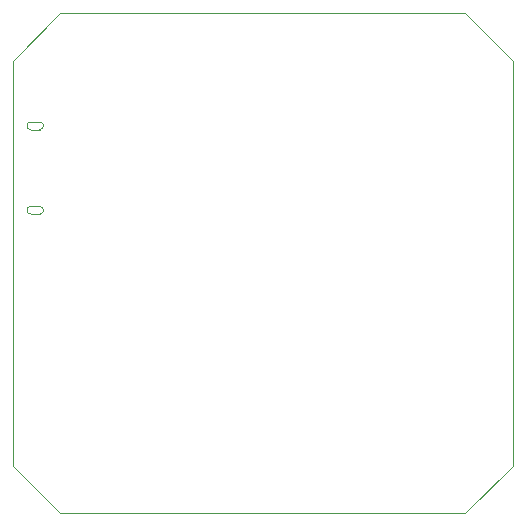
<source format=gm1>
%FSLAX25Y25*%
%MOIN*%
G70*
G01*
G75*
G04 Layer_Color=16711935*
%ADD10C,0.00787*%
%ADD11C,0.01378*%
%ADD12C,0.01969*%
%ADD13C,0.02756*%
%ADD14C,0.02953*%
%ADD15C,0.01181*%
%ADD16C,0.01575*%
%ADD17O,0.05315X0.01575*%
G04:AMPARAMS|DCode=18|XSize=118.11mil|YSize=35.43mil|CornerRadius=8.86mil|HoleSize=0mil|Usage=FLASHONLY|Rotation=90.000|XOffset=0mil|YOffset=0mil|HoleType=Round|Shape=RoundedRectangle|*
%AMROUNDEDRECTD18*
21,1,0.11811,0.01772,0,0,90.0*
21,1,0.10039,0.03543,0,0,90.0*
1,1,0.01772,0.00886,0.05020*
1,1,0.01772,0.00886,-0.05020*
1,1,0.01772,-0.00886,-0.05020*
1,1,0.01772,-0.00886,0.05020*
%
%ADD18ROUNDEDRECTD18*%
%ADD19O,0.01378X0.06693*%
%ADD20R,0.11811X0.11811*%
%ADD21C,0.05906*%
G04:AMPARAMS|DCode=22|XSize=59.06mil|YSize=68.9mil|CornerRadius=14.76mil|HoleSize=0mil|Usage=FLASHONLY|Rotation=270.000|XOffset=0mil|YOffset=0mil|HoleType=Round|Shape=RoundedRectangle|*
%AMROUNDEDRECTD22*
21,1,0.05906,0.03937,0,0,270.0*
21,1,0.02953,0.06890,0,0,270.0*
1,1,0.02953,-0.01969,-0.01476*
1,1,0.02953,-0.01969,0.01476*
1,1,0.02953,0.01969,0.01476*
1,1,0.02953,0.01969,-0.01476*
%
%ADD22ROUNDEDRECTD22*%
%ADD23R,0.06890X0.05906*%
%ADD24R,0.03347X0.04134*%
%ADD25R,0.05906X0.07087*%
%ADD26R,0.03937X0.03937*%
%ADD27C,0.03937*%
G04:AMPARAMS|DCode=28|XSize=59.06mil|YSize=47.24mil|CornerRadius=11.81mil|HoleSize=0mil|Usage=FLASHONLY|Rotation=90.000|XOffset=0mil|YOffset=0mil|HoleType=Round|Shape=RoundedRectangle|*
%AMROUNDEDRECTD28*
21,1,0.05906,0.02362,0,0,90.0*
21,1,0.03543,0.04724,0,0,90.0*
1,1,0.02362,0.01181,0.01772*
1,1,0.02362,0.01181,-0.01772*
1,1,0.02362,-0.01181,-0.01772*
1,1,0.02362,-0.01181,0.01772*
%
%ADD28ROUNDEDRECTD28*%
%ADD29R,0.05512X0.07874*%
%ADD30R,0.08661X0.09449*%
%ADD31R,0.06299X0.15748*%
%ADD32R,0.07480X0.08976*%
%ADD33R,0.07087X0.03937*%
%ADD34R,0.03937X0.03937*%
%ADD35R,0.06693X0.09449*%
%ADD36R,0.07087X0.13780*%
%ADD37R,0.02480X0.03268*%
%ADD38R,0.03937X0.07874*%
%ADD39O,0.06693X0.01181*%
%ADD40O,0.01181X0.06693*%
%ADD41C,0.03937*%
%ADD42O,0.07874X0.04921*%
%ADD43C,0.04134*%
%ADD44R,0.06102X0.06102*%
%ADD45C,0.06102*%
%ADD46C,0.05315*%
%ADD47R,0.05315X0.05315*%
%ADD48C,0.02362*%
%ADD49C,0.00591*%
%ADD50R,0.02874X0.01181*%
%ADD51R,0.01181X0.02874*%
%ADD52R,0.09843X0.09843*%
%ADD53R,0.05512X0.02362*%
%ADD54O,0.07008X0.02362*%
%ADD55O,0.02362X0.07008*%
%ADD56R,0.00394X0.00394*%
%ADD57C,0.00984*%
%ADD58C,0.01000*%
%ADD59C,0.00394*%
%ADD60C,0.02362*%
%ADD61O,0.06102X0.02362*%
G04:AMPARAMS|DCode=62|XSize=125.98mil|YSize=43.31mil|CornerRadius=12.8mil|HoleSize=0mil|Usage=FLASHONLY|Rotation=90.000|XOffset=0mil|YOffset=0mil|HoleType=Round|Shape=RoundedRectangle|*
%AMROUNDEDRECTD62*
21,1,0.12598,0.01772,0,0,90.0*
21,1,0.10039,0.04331,0,0,90.0*
1,1,0.02559,0.00886,0.05020*
1,1,0.02559,0.00886,-0.05020*
1,1,0.02559,-0.00886,-0.05020*
1,1,0.02559,-0.00886,0.05020*
%
%ADD62ROUNDEDRECTD62*%
%ADD63O,0.02165X0.07480*%
%ADD64R,0.12598X0.12598*%
%ADD65C,0.06693*%
G04:AMPARAMS|DCode=66|XSize=66.93mil|YSize=76.77mil|CornerRadius=18.7mil|HoleSize=0mil|Usage=FLASHONLY|Rotation=270.000|XOffset=0mil|YOffset=0mil|HoleType=Round|Shape=RoundedRectangle|*
%AMROUNDEDRECTD66*
21,1,0.06693,0.03937,0,0,270.0*
21,1,0.02953,0.07677,0,0,270.0*
1,1,0.03740,-0.01969,-0.01476*
1,1,0.03740,-0.01969,0.01476*
1,1,0.03740,0.01969,0.01476*
1,1,0.03740,0.01969,-0.01476*
%
%ADD66ROUNDEDRECTD66*%
%ADD67R,0.07677X0.06693*%
%ADD68R,0.04134X0.04921*%
%ADD69R,0.06693X0.07874*%
%ADD70R,0.04724X0.04724*%
%ADD71C,0.04724*%
G04:AMPARAMS|DCode=72|XSize=66.93mil|YSize=55.12mil|CornerRadius=15.75mil|HoleSize=0mil|Usage=FLASHONLY|Rotation=90.000|XOffset=0mil|YOffset=0mil|HoleType=Round|Shape=RoundedRectangle|*
%AMROUNDEDRECTD72*
21,1,0.06693,0.02362,0,0,90.0*
21,1,0.03543,0.05512,0,0,90.0*
1,1,0.03150,0.01181,0.01772*
1,1,0.03150,0.01181,-0.01772*
1,1,0.03150,-0.01181,-0.01772*
1,1,0.03150,-0.01181,0.01772*
%
%ADD72ROUNDEDRECTD72*%
%ADD73R,0.06299X0.08661*%
%ADD74R,0.09449X0.10236*%
%ADD75R,0.07087X0.16535*%
%ADD76R,0.08268X0.09764*%
%ADD77R,0.07874X0.04724*%
%ADD78R,0.04724X0.04724*%
%ADD79R,0.07480X0.10236*%
%ADD80R,0.07874X0.14567*%
%ADD81R,0.03268X0.04055*%
%ADD82R,0.04724X0.08661*%
%ADD83O,0.07480X0.01969*%
%ADD84O,0.01969X0.07480*%
%ADD85O,0.08661X0.05709*%
%ADD86C,0.04921*%
%ADD87C,0.00787*%
%ADD88R,0.06890X0.06890*%
%ADD89C,0.06890*%
%ADD90R,0.18701X0.05512*%
%ADD91R,0.03661X0.01969*%
%ADD92R,0.01969X0.03661*%
%ADD93R,0.10630X0.10630*%
%ADD94R,0.06299X0.03150*%
%ADD95O,0.07795X0.03150*%
%ADD96O,0.03150X0.07795*%
%ADD97R,0.01181X0.01181*%
D59*
X5315Y129528D02*
G03*
X5315Y126969I0J-1280D01*
G01*
X8268D02*
G03*
X8268Y129528I0J1280D01*
G01*
X5315Y101378D02*
G03*
X5315Y98819I0J-1280D01*
G01*
X8268D02*
G03*
X8268Y101378I0J1280D01*
G01*
X5315Y129528D02*
X8268D01*
X5315Y126969D02*
X8268D01*
X5315Y101378D02*
X8268D01*
X5315Y98819D02*
X8268D01*
X-591Y150000D02*
X15157Y165748D01*
X-591Y14961D02*
Y150000D01*
Y14961D02*
X15157Y-787D01*
X150197Y-787D01*
X165945Y14961D01*
Y150000D01*
X150197Y165748D02*
X165945Y150000D01*
X15157Y165748D02*
X150197D01*
M02*

</source>
